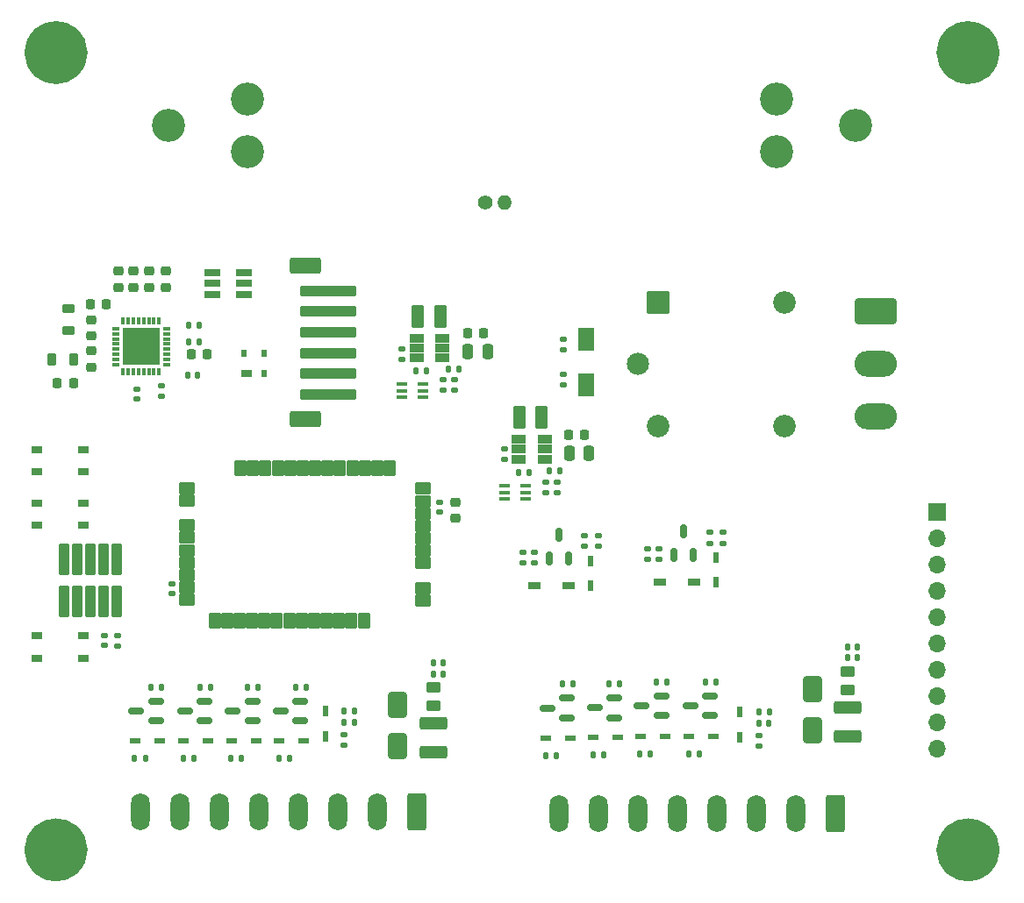
<source format=gbr>
%TF.GenerationSoftware,KiCad,Pcbnew,8.0.8*%
%TF.CreationDate,2025-03-05T18:01:18-08:00*%
%TF.ProjectId,LoRa-BLE-Sensor,4c6f5261-2d42-44c4-952d-53656e736f72,1*%
%TF.SameCoordinates,Original*%
%TF.FileFunction,Soldermask,Top*%
%TF.FilePolarity,Negative*%
%FSLAX46Y46*%
G04 Gerber Fmt 4.6, Leading zero omitted, Abs format (unit mm)*
G04 Created by KiCad (PCBNEW 8.0.8) date 2025-03-05 18:01:18*
%MOMM*%
%LPD*%
G01*
G04 APERTURE LIST*
G04 Aperture macros list*
%AMRoundRect*
0 Rectangle with rounded corners*
0 $1 Rounding radius*
0 $2 $3 $4 $5 $6 $7 $8 $9 X,Y pos of 4 corners*
0 Add a 4 corners polygon primitive as box body*
4,1,4,$2,$3,$4,$5,$6,$7,$8,$9,$2,$3,0*
0 Add four circle primitives for the rounded corners*
1,1,$1+$1,$2,$3*
1,1,$1+$1,$4,$5*
1,1,$1+$1,$6,$7*
1,1,$1+$1,$8,$9*
0 Add four rect primitives between the rounded corners*
20,1,$1+$1,$2,$3,$4,$5,0*
20,1,$1+$1,$4,$5,$6,$7,0*
20,1,$1+$1,$6,$7,$8,$9,0*
20,1,$1+$1,$8,$9,$2,$3,0*%
G04 Aperture macros list end*
%ADD10C,3.050000*%
%ADD11RoundRect,0.140000X-0.170000X0.140000X-0.170000X-0.140000X0.170000X-0.140000X0.170000X0.140000X0*%
%ADD12RoundRect,0.150000X0.587500X0.150000X-0.587500X0.150000X-0.587500X-0.150000X0.587500X-0.150000X0*%
%ADD13R,1.100000X0.500000*%
%ADD14RoundRect,0.135000X-0.135000X-0.185000X0.135000X-0.185000X0.135000X0.185000X-0.135000X0.185000X0*%
%ADD15C,3.200000*%
%ADD16RoundRect,0.140000X-0.140000X-0.170000X0.140000X-0.170000X0.140000X0.170000X-0.140000X0.170000X0*%
%ADD17RoundRect,0.147500X0.172500X-0.147500X0.172500X0.147500X-0.172500X0.147500X-0.172500X-0.147500X0*%
%ADD18RoundRect,0.225000X0.250000X-0.225000X0.250000X0.225000X-0.250000X0.225000X-0.250000X-0.225000X0*%
%ADD19R,1.000000X0.700000*%
%ADD20RoundRect,0.225000X-0.250000X0.225000X-0.250000X-0.225000X0.250000X-0.225000X0.250000X0.225000X0*%
%ADD21RoundRect,0.250000X0.450000X-0.262500X0.450000X0.262500X-0.450000X0.262500X-0.450000X-0.262500X0*%
%ADD22RoundRect,0.250000X0.650000X1.550000X-0.650000X1.550000X-0.650000X-1.550000X0.650000X-1.550000X0*%
%ADD23O,1.800000X3.600000*%
%ADD24RoundRect,0.135000X0.135000X0.185000X-0.135000X0.185000X-0.135000X-0.185000X0.135000X-0.185000X0*%
%ADD25RoundRect,0.250000X0.375000X0.850000X-0.375000X0.850000X-0.375000X-0.850000X0.375000X-0.850000X0*%
%ADD26R,0.600000X0.700000*%
%ADD27RoundRect,0.054880X-0.652120X-0.337120X0.652120X-0.337120X0.652120X0.337120X-0.652120X0.337120X0*%
%ADD28R,0.500000X1.100000*%
%ADD29RoundRect,0.225000X-0.225000X-0.250000X0.225000X-0.250000X0.225000X0.250000X-0.225000X0.250000X0*%
%ADD30RoundRect,0.135000X0.185000X-0.135000X0.185000X0.135000X-0.185000X0.135000X-0.185000X-0.135000X0*%
%ADD31R,1.250000X0.750000*%
%ADD32RoundRect,0.225000X0.225000X0.250000X-0.225000X0.250000X-0.225000X-0.250000X0.225000X-0.250000X0*%
%ADD33R,1.600000X2.300000*%
%ADD34RoundRect,0.250000X0.650000X-1.000000X0.650000X1.000000X-0.650000X1.000000X-0.650000X-1.000000X0*%
%ADD35RoundRect,0.135000X-0.185000X0.135000X-0.185000X-0.135000X0.185000X-0.135000X0.185000X0.135000X0*%
%ADD36R,1.100000X0.450000*%
%ADD37RoundRect,0.102000X0.370000X1.397500X-0.370000X1.397500X-0.370000X-1.397500X0.370000X-1.397500X0*%
%ADD38RoundRect,0.250000X1.075000X-0.375000X1.075000X0.375000X-1.075000X0.375000X-1.075000X-0.375000X0*%
%ADD39RoundRect,0.218750X-0.218750X-0.381250X0.218750X-0.381250X0.218750X0.381250X-0.218750X0.381250X0*%
%ADD40RoundRect,0.250000X-0.250000X-0.475000X0.250000X-0.475000X0.250000X0.475000X-0.250000X0.475000X0*%
%ADD41RoundRect,0.347223X-1.702777X0.902777X-1.702777X-0.902777X1.702777X-0.902777X1.702777X0.902777X0*%
%ADD42O,4.100000X2.500000*%
%ADD43RoundRect,0.102000X-0.990000X-0.990000X0.990000X-0.990000X0.990000X0.990000X-0.990000X0.990000X0*%
%ADD44C,2.184000*%
%ADD45C,2.139000*%
%ADD46RoundRect,0.102000X-0.450000X-0.650000X0.450000X-0.650000X0.450000X0.650000X-0.450000X0.650000X0*%
%ADD47RoundRect,0.102000X0.650000X-0.450000X0.650000X0.450000X-0.650000X0.450000X-0.650000X-0.450000X0*%
%ADD48RoundRect,0.102000X0.450000X0.650000X-0.450000X0.650000X-0.450000X-0.650000X0.450000X-0.650000X0*%
%ADD49RoundRect,0.102000X-0.650000X0.450000X-0.650000X-0.450000X0.650000X-0.450000X0.650000X0.450000X0*%
%ADD50RoundRect,0.147500X-0.147500X-0.172500X0.147500X-0.172500X0.147500X0.172500X-0.147500X0.172500X0*%
%ADD51R,1.600000X0.700000*%
%ADD52RoundRect,0.250000X2.500000X-0.250000X2.500000X0.250000X-2.500000X0.250000X-2.500000X-0.250000X0*%
%ADD53RoundRect,0.250000X1.250000X-0.550000X1.250000X0.550000X-1.250000X0.550000X-1.250000X-0.550000X0*%
%ADD54C,1.400000*%
%ADD55O,1.400000X1.400000*%
%ADD56R,0.800000X0.300000*%
%ADD57R,0.300000X0.800000*%
%ADD58R,3.600000X3.600000*%
%ADD59RoundRect,0.218750X-0.381250X0.218750X-0.381250X-0.218750X0.381250X-0.218750X0.381250X0.218750X0*%
%ADD60R,1.700000X1.700000*%
%ADD61O,1.700000X1.700000*%
%ADD62RoundRect,0.150000X0.150000X-0.512500X0.150000X0.512500X-0.150000X0.512500X-0.150000X-0.512500X0*%
G04 APERTURE END LIST*
D10*
X157525000Y-34000000D02*
G75*
G02*
X154475000Y-34000000I-1525000J0D01*
G01*
X154475000Y-34000000D02*
G75*
G02*
X157525000Y-34000000I1525000J0D01*
G01*
X157525000Y-111000000D02*
G75*
G02*
X154475000Y-111000000I-1525000J0D01*
G01*
X154475000Y-111000000D02*
G75*
G02*
X157525000Y-111000000I1525000J0D01*
G01*
X69525000Y-34000000D02*
G75*
G02*
X66475000Y-34000000I-1525000J0D01*
G01*
X66475000Y-34000000D02*
G75*
G02*
X69525000Y-34000000I1525000J0D01*
G01*
X69525000Y-111000000D02*
G75*
G02*
X66475000Y-111000000I-1525000J0D01*
G01*
X66475000Y-111000000D02*
G75*
G02*
X69525000Y-111000000I1525000J0D01*
G01*
D11*
%TO.C,C11*%
X75800000Y-66520000D03*
X75800000Y-67480000D03*
%TD*%
D12*
%TO.C,Q5*%
X131100000Y-98050000D03*
X131100000Y-96150000D03*
X129225000Y-97100000D03*
%TD*%
D11*
%TO.C,C2*%
X105000000Y-77420000D03*
X105000000Y-78380000D03*
%TD*%
D12*
%TO.C,Q8*%
X117290000Y-98250000D03*
X117290000Y-96350000D03*
X115415000Y-97300000D03*
%TD*%
D13*
%TO.C,D6*%
X124362500Y-100000000D03*
X126762500Y-100000000D03*
%TD*%
D11*
%TO.C,C3*%
X79200000Y-85320000D03*
X79200000Y-86280000D03*
%TD*%
D14*
%TO.C,R4*%
X77190000Y-95300000D03*
X78210000Y-95300000D03*
%TD*%
D15*
%TO.C,REF\u002A\u002A*%
X156000000Y-111000000D03*
%TD*%
D16*
%TO.C,C7*%
X95800000Y-98700000D03*
X96760000Y-98700000D03*
%TD*%
D13*
%TO.C,D2*%
X84910000Y-100500000D03*
X87310000Y-100500000D03*
%TD*%
D17*
%TO.C,D18*%
X116912500Y-62670000D03*
X116912500Y-61700000D03*
%TD*%
D18*
%TO.C,C17*%
X74000000Y-56675000D03*
X74000000Y-55125000D03*
%TD*%
D15*
%TO.C,J2*%
X78880000Y-41000000D03*
X86500000Y-38460000D03*
X86500000Y-43540000D03*
X137500000Y-38460000D03*
X137500000Y-43540000D03*
X145120000Y-41000000D03*
%TD*%
D19*
%TO.C,SW1*%
X66150000Y-90325000D03*
X70650000Y-90325000D03*
X66150000Y-92475000D03*
X70650000Y-92475000D03*
%TD*%
D20*
%TO.C,C20*%
X71400000Y-62825000D03*
X71400000Y-64375000D03*
%TD*%
D21*
%TO.C,R20*%
X104390000Y-97112500D03*
X104390000Y-95287500D03*
%TD*%
D22*
%TO.C,J6*%
X143240000Y-107500000D03*
D23*
X139430000Y-107500000D03*
X135620000Y-107500000D03*
X131810000Y-107500000D03*
X128000000Y-107500000D03*
X124190000Y-107500000D03*
X120380000Y-107500000D03*
X116570000Y-107500000D03*
%TD*%
D14*
%TO.C,R11*%
X121380000Y-94950000D03*
X122400000Y-94950000D03*
%TD*%
D24*
%TO.C,R37*%
X103755000Y-64750000D03*
X102735000Y-64750000D03*
%TD*%
D15*
%TO.C,REF\u002A\u002A*%
X156000000Y-34000000D03*
%TD*%
D11*
%TO.C,C4*%
X72700000Y-90300000D03*
X72700000Y-91260000D03*
%TD*%
D15*
%TO.C,REF\u002A\u002A*%
X68000000Y-111000000D03*
%TD*%
D13*
%TO.C,D5*%
X129062500Y-100000000D03*
X131462500Y-100000000D03*
%TD*%
D25*
%TO.C,L3*%
X105065000Y-59500000D03*
X102915000Y-59500000D03*
%TD*%
D19*
%TO.C,D20*%
X86350000Y-65000000D03*
D26*
X88050000Y-65000000D03*
X88050000Y-63000000D03*
X86150000Y-63000000D03*
%TD*%
D27*
%TO.C,U3*%
X102790000Y-61600000D03*
X102790000Y-62550000D03*
X102790000Y-63500000D03*
X105300000Y-63500000D03*
X105300000Y-62550000D03*
X105300000Y-61600000D03*
%TD*%
D28*
%TO.C,D12*%
X134000000Y-100100000D03*
X134000000Y-97700000D03*
%TD*%
D24*
%TO.C,R14*%
X125372500Y-101700000D03*
X124352500Y-101700000D03*
%TD*%
D29*
%TO.C,C14*%
X68125000Y-65900000D03*
X69675000Y-65900000D03*
%TD*%
D30*
%TO.C,R38*%
X101400000Y-63610000D03*
X101400000Y-62590000D03*
%TD*%
D29*
%TO.C,C18*%
X107715000Y-61100000D03*
X109265000Y-61100000D03*
%TD*%
D31*
%TO.C,D15*%
X129550000Y-85162500D03*
X126250000Y-85162500D03*
%TD*%
%TO.C,D14*%
X117450000Y-85500000D03*
X114150000Y-85500000D03*
%TD*%
D16*
%TO.C,C6*%
X144357500Y-92450000D03*
X145317500Y-92450000D03*
%TD*%
D24*
%TO.C,R7*%
X81310000Y-102200000D03*
X80290000Y-102200000D03*
%TD*%
D32*
%TO.C,C13*%
X72875000Y-58300000D03*
X71325000Y-58300000D03*
%TD*%
D24*
%TO.C,R6*%
X85920000Y-102200000D03*
X84900000Y-102200000D03*
%TD*%
D12*
%TO.C,Q1*%
X91547500Y-98550000D03*
X91547500Y-96650000D03*
X89672500Y-97600000D03*
%TD*%
D33*
%TO.C,D19*%
X119112500Y-61700000D03*
X119112500Y-66100000D03*
%TD*%
D14*
%TO.C,R27*%
X135800000Y-97700000D03*
X136820000Y-97700000D03*
%TD*%
D34*
%TO.C,D9*%
X100990000Y-101000000D03*
X100990000Y-97000000D03*
%TD*%
D30*
%TO.C,R31*%
X113050000Y-83310000D03*
X113050000Y-82290000D03*
%TD*%
D19*
%TO.C,SW2*%
X66150000Y-77525000D03*
X70650000Y-77525000D03*
X66150000Y-79675000D03*
X70650000Y-79675000D03*
%TD*%
D35*
%TO.C,R42*%
X106445000Y-65590000D03*
X106445000Y-66610000D03*
%TD*%
D36*
%TO.C,Q12*%
X111300000Y-75825000D03*
X111300000Y-76475000D03*
X111300000Y-77125000D03*
X113300000Y-77125000D03*
X113300000Y-76475000D03*
X113300000Y-75825000D03*
%TD*%
D30*
%TO.C,R40*%
X111255000Y-73320000D03*
X111255000Y-72300000D03*
%TD*%
D37*
%TO.C,J1*%
X73840000Y-82967500D03*
X73840000Y-87032500D03*
X72570000Y-82967500D03*
X72570000Y-87032500D03*
X71300000Y-82967500D03*
X71300000Y-87032500D03*
X70030000Y-82967500D03*
X70030000Y-87032500D03*
X68760000Y-82967500D03*
X68760000Y-87032500D03*
%TD*%
D24*
%TO.C,R15*%
X120810000Y-101850000D03*
X119790000Y-101850000D03*
%TD*%
D30*
%TO.C,R23*%
X135800000Y-101010000D03*
X135800000Y-99990000D03*
%TD*%
D38*
%TO.C,F2*%
X144357500Y-100050000D03*
X144357500Y-97250000D03*
%TD*%
D14*
%TO.C,R9*%
X130652500Y-94800000D03*
X131672500Y-94800000D03*
%TD*%
D18*
%TO.C,C12*%
X78600000Y-56675000D03*
X78600000Y-55125000D03*
%TD*%
D30*
%TO.C,R22*%
X95800000Y-100910000D03*
X95800000Y-99890000D03*
%TD*%
D13*
%TO.C,D1*%
X89510000Y-100500000D03*
X91910000Y-100500000D03*
%TD*%
D14*
%TO.C,R2*%
X86490000Y-95300000D03*
X87510000Y-95300000D03*
%TD*%
D27*
%TO.C,U4*%
X112645000Y-71350000D03*
X112645000Y-72300000D03*
X112645000Y-73250000D03*
X115155000Y-73250000D03*
X115155000Y-72300000D03*
X115155000Y-71350000D03*
%TD*%
D24*
%TO.C,R8*%
X76610000Y-102200000D03*
X75590000Y-102200000D03*
%TD*%
D14*
%TO.C,R26*%
X95800000Y-97600000D03*
X96820000Y-97600000D03*
%TD*%
D39*
%TO.C,L2*%
X67575000Y-63600000D03*
X69700000Y-63600000D03*
%TD*%
D20*
%TO.C,C1*%
X106500000Y-77425000D03*
X106500000Y-78975000D03*
%TD*%
D36*
%TO.C,Q11*%
X101390000Y-66000000D03*
X101390000Y-66650000D03*
X101390000Y-67300000D03*
X103390000Y-67300000D03*
X103390000Y-66650000D03*
X103390000Y-66000000D03*
%TD*%
D14*
%TO.C,R12*%
X116842500Y-95000000D03*
X117862500Y-95000000D03*
%TD*%
D40*
%TO.C,C25*%
X117550000Y-72725000D03*
X119450000Y-72725000D03*
%TD*%
D41*
%TO.C,J4*%
X147112500Y-59020000D03*
D42*
X147112500Y-64100000D03*
X147112500Y-69180000D03*
%TD*%
D30*
%TO.C,R18*%
X118950000Y-81710000D03*
X118950000Y-80690000D03*
%TD*%
D28*
%TO.C,D17*%
X131700000Y-85162500D03*
X131700000Y-82762500D03*
%TD*%
D43*
%TO.C,K1*%
X126112500Y-58100000D03*
D44*
X126112500Y-70100000D03*
D45*
X124112500Y-64100000D03*
D44*
X138312500Y-58100000D03*
X138312500Y-70100000D03*
%TD*%
D22*
%TO.C,J5*%
X102817500Y-107357500D03*
D23*
X99007500Y-107357500D03*
X95197500Y-107357500D03*
X91387500Y-107357500D03*
X87577500Y-107357500D03*
X83767500Y-107357500D03*
X79957500Y-107357500D03*
X76147500Y-107357500D03*
%TD*%
D18*
%TO.C,C16*%
X71400000Y-61375000D03*
X71400000Y-59825000D03*
%TD*%
D14*
%TO.C,R1*%
X91090000Y-95300000D03*
X92110000Y-95300000D03*
%TD*%
D24*
%TO.C,R39*%
X113665000Y-74525000D03*
X112645000Y-74525000D03*
%TD*%
D35*
%TO.C,R29*%
X132400000Y-80352500D03*
X132400000Y-81372500D03*
%TD*%
D46*
%TO.C,U1*%
X100200000Y-74094853D03*
X99000000Y-74094853D03*
X97800000Y-74094853D03*
X96600000Y-74094853D03*
X95400000Y-74094853D03*
X94200000Y-74094853D03*
X93000000Y-74094853D03*
X91800000Y-74094853D03*
X90600000Y-74094853D03*
X89400000Y-74094853D03*
X88200000Y-74094853D03*
X87000000Y-74094853D03*
X85800000Y-74094853D03*
D47*
X80630000Y-76054853D03*
X80630000Y-77254853D03*
X80630000Y-79654853D03*
X80630000Y-80854853D03*
X80630000Y-82054853D03*
X80630000Y-83254853D03*
X80630000Y-84454853D03*
X80630000Y-85654853D03*
X80630000Y-86854853D03*
D48*
X83300000Y-88834853D03*
X84500000Y-88834853D03*
X85700000Y-88834853D03*
X86900000Y-88834853D03*
X88100000Y-88834853D03*
X89300000Y-88834853D03*
X90500000Y-88834853D03*
X91700000Y-88834853D03*
X92900000Y-88834853D03*
X94100000Y-88834853D03*
X95300000Y-88834853D03*
X96500000Y-88834853D03*
X97700000Y-88834853D03*
D49*
X103370000Y-86914853D03*
X103370000Y-85714853D03*
X103370000Y-83314853D03*
X103370000Y-82114853D03*
X103370000Y-80914853D03*
X103370000Y-79714853D03*
X103370000Y-78514853D03*
X103370000Y-77314853D03*
X103370000Y-76114853D03*
%TD*%
D12*
%TO.C,Q6*%
X126400000Y-98050000D03*
X126400000Y-96150000D03*
X124525000Y-97100000D03*
%TD*%
D50*
%TO.C,R24*%
X104405000Y-92900000D03*
X105375000Y-92900000D03*
%TD*%
D18*
%TO.C,C21*%
X75500000Y-56675000D03*
X75500000Y-55125000D03*
%TD*%
D16*
%TO.C,C8*%
X135800000Y-98800000D03*
X136760000Y-98800000D03*
%TD*%
D51*
%TO.C,D13*%
X86100000Y-57350000D03*
X83100000Y-57350000D03*
X86100000Y-56300000D03*
X83100000Y-56300000D03*
X86100000Y-55250000D03*
X83100000Y-55250000D03*
%TD*%
D24*
%TO.C,R5*%
X90520000Y-102200000D03*
X89500000Y-102200000D03*
%TD*%
D16*
%TO.C,C9*%
X80720000Y-65200000D03*
X81680000Y-65200000D03*
%TD*%
D15*
%TO.C,REF\u002A\u002A*%
X68000000Y-34000000D03*
%TD*%
D34*
%TO.C,D10*%
X140957500Y-99450000D03*
X140957500Y-95450000D03*
%TD*%
D14*
%TO.C,R35*%
X105845000Y-64600000D03*
X106865000Y-64600000D03*
%TD*%
%TO.C,R10*%
X125952500Y-94800000D03*
X126972500Y-94800000D03*
%TD*%
D19*
%TO.C,SW3*%
X70650000Y-74475000D03*
X66150000Y-74475000D03*
X70650000Y-72325000D03*
X66150000Y-72325000D03*
%TD*%
D50*
%TO.C,R25*%
X144372500Y-91437500D03*
X145342500Y-91437500D03*
%TD*%
D12*
%TO.C,Q3*%
X82337500Y-98550000D03*
X82337500Y-96650000D03*
X80462500Y-97600000D03*
%TD*%
D24*
%TO.C,R16*%
X116262500Y-101900000D03*
X115242500Y-101900000D03*
%TD*%
D21*
%TO.C,R21*%
X144357500Y-95562500D03*
X144357500Y-93737500D03*
%TD*%
D40*
%TO.C,C24*%
X107740000Y-62900000D03*
X109640000Y-62900000D03*
%TD*%
D12*
%TO.C,Q2*%
X86947500Y-98550000D03*
X86947500Y-96650000D03*
X85072500Y-97600000D03*
%TD*%
D28*
%TO.C,D16*%
X119600000Y-85500000D03*
X119600000Y-83100000D03*
%TD*%
D29*
%TO.C,C22*%
X81025000Y-63100000D03*
X82575000Y-63100000D03*
%TD*%
D35*
%TO.C,R19*%
X120300000Y-80690000D03*
X120300000Y-81710000D03*
%TD*%
D13*
%TO.C,D3*%
X80300000Y-100500000D03*
X82700000Y-100500000D03*
%TD*%
D52*
%TO.C,J3*%
X94300000Y-67000000D03*
X94300000Y-65000000D03*
X94300000Y-63000000D03*
X94300000Y-61000000D03*
X94300000Y-59000000D03*
X94300000Y-57000000D03*
D53*
X92050000Y-69400000D03*
X92050000Y-54600000D03*
%TD*%
D30*
%TO.C,R28*%
X131050000Y-81372500D03*
X131050000Y-80352500D03*
%TD*%
D35*
%TO.C,R34*%
X126150000Y-81942500D03*
X126150000Y-82962500D03*
%TD*%
D12*
%TO.C,Q4*%
X77637500Y-98550000D03*
X77637500Y-96650000D03*
X75762500Y-97600000D03*
%TD*%
D54*
%TO.C,TH1*%
X109395000Y-48500000D03*
D55*
X111295000Y-48500000D03*
%TD*%
D14*
%TO.C,R3*%
X81890000Y-95300000D03*
X82910000Y-95300000D03*
%TD*%
D13*
%TO.C,D4*%
X75600000Y-100500000D03*
X78000000Y-100500000D03*
%TD*%
D30*
%TO.C,R41*%
X116912500Y-66100000D03*
X116912500Y-65080000D03*
%TD*%
D28*
%TO.C,D11*%
X94000000Y-100000000D03*
X94000000Y-97600000D03*
%TD*%
D35*
%TO.C,R33*%
X114150000Y-82290000D03*
X114150000Y-83310000D03*
%TD*%
D30*
%TO.C,R32*%
X125050000Y-82972500D03*
X125050000Y-81952500D03*
%TD*%
%TO.C,R17*%
X73900000Y-91290000D03*
X73900000Y-90270000D03*
%TD*%
D56*
%TO.C,U2*%
X73750000Y-60650000D03*
X73750000Y-61150000D03*
X73750000Y-61650000D03*
X73750000Y-62150000D03*
X73750000Y-62650000D03*
X73750000Y-63150000D03*
X73750000Y-63650000D03*
X73750000Y-64150000D03*
D57*
X74450000Y-64850000D03*
X74950000Y-64850000D03*
X75450000Y-64850000D03*
X75950000Y-64850000D03*
X76450000Y-64850000D03*
X76950000Y-64850000D03*
X77450000Y-64850000D03*
X77950000Y-64850000D03*
D56*
X78650000Y-64150000D03*
X78650000Y-63650000D03*
X78650000Y-63150000D03*
X78650000Y-62650000D03*
X78650000Y-62150000D03*
X78650000Y-61650000D03*
X78650000Y-61150000D03*
X78650000Y-60650000D03*
D57*
X77950000Y-59950000D03*
X77450000Y-59950000D03*
X76950000Y-59950000D03*
X76450000Y-59950000D03*
X75950000Y-59950000D03*
X75450000Y-59950000D03*
X74950000Y-59950000D03*
X74450000Y-59950000D03*
D58*
X76200000Y-62400000D03*
%TD*%
D13*
%TO.C,D8*%
X115252500Y-100200000D03*
X117652500Y-100200000D03*
%TD*%
D38*
%TO.C,F1*%
X104390000Y-101600000D03*
X104390000Y-98800000D03*
%TD*%
D24*
%TO.C,R13*%
X130072500Y-101700000D03*
X129052500Y-101700000D03*
%TD*%
D29*
%TO.C,C19*%
X117470000Y-70900000D03*
X119020000Y-70900000D03*
%TD*%
D59*
%TO.C,L1*%
X69200000Y-58737500D03*
X69200000Y-60862500D03*
%TD*%
D35*
%TO.C,R43*%
X105390000Y-65590000D03*
X105390000Y-66610000D03*
%TD*%
D14*
%TO.C,R36*%
X115590000Y-74425000D03*
X116610000Y-74425000D03*
%TD*%
D18*
%TO.C,C15*%
X77000000Y-56675000D03*
X77000000Y-55125000D03*
%TD*%
D16*
%TO.C,C10*%
X80820000Y-61900000D03*
X81780000Y-61900000D03*
%TD*%
D13*
%TO.C,D7*%
X119800000Y-100150000D03*
X122200000Y-100150000D03*
%TD*%
D35*
%TO.C,R45*%
X115300000Y-75490000D03*
X115300000Y-76510000D03*
%TD*%
D25*
%TO.C,L4*%
X114875000Y-69200000D03*
X112725000Y-69200000D03*
%TD*%
D16*
%TO.C,C5*%
X104410000Y-94000000D03*
X105370000Y-94000000D03*
%TD*%
D60*
%TO.C,J7*%
X153000000Y-78375000D03*
D61*
X153000000Y-80915000D03*
X153000000Y-83455000D03*
X153000000Y-85995000D03*
X153000000Y-88535000D03*
X153000000Y-91075000D03*
X153000000Y-93615000D03*
X153000000Y-96155000D03*
X153000000Y-98695000D03*
X153000000Y-101235000D03*
%TD*%
D62*
%TO.C,Q9*%
X115600000Y-82837500D03*
X117500000Y-82837500D03*
X116550000Y-80562500D03*
%TD*%
D35*
%TO.C,R30*%
X78150000Y-66190000D03*
X78150000Y-67210000D03*
%TD*%
D62*
%TO.C,Q10*%
X127600000Y-82500000D03*
X129500000Y-82500000D03*
X128550000Y-80225000D03*
%TD*%
D12*
%TO.C,Q7*%
X121837500Y-98230000D03*
X121837500Y-96330000D03*
X119962500Y-97280000D03*
%TD*%
D35*
%TO.C,R44*%
X116400000Y-75490000D03*
X116400000Y-76510000D03*
%TD*%
D16*
%TO.C,C23*%
X80820000Y-60300000D03*
X81780000Y-60300000D03*
%TD*%
M02*

</source>
